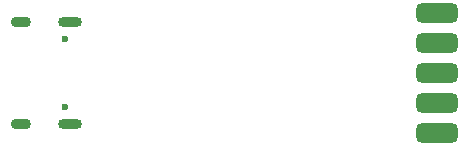
<source format=gbs>
%TF.GenerationSoftware,KiCad,Pcbnew,(6.0.1)*%
%TF.CreationDate,2022-02-19T00:35:01+08:00*%
%TF.ProjectId,PCB_DAP_Link_CH55xT,5043425f-4441-4505-9f4c-696e6b5f4348,0.9*%
%TF.SameCoordinates,Original*%
%TF.FileFunction,Soldermask,Bot*%
%TF.FilePolarity,Negative*%
%FSLAX46Y46*%
G04 Gerber Fmt 4.6, Leading zero omitted, Abs format (unit mm)*
G04 Created by KiCad (PCBNEW (6.0.1)) date 2022-02-19 00:35:01*
%MOMM*%
%LPD*%
G01*
G04 APERTURE LIST*
G04 Aperture macros list*
%AMRoundRect*
0 Rectangle with rounded corners*
0 $1 Rounding radius*
0 $2 $3 $4 $5 $6 $7 $8 $9 X,Y pos of 4 corners*
0 Add a 4 corners polygon primitive as box body*
4,1,4,$2,$3,$4,$5,$6,$7,$8,$9,$2,$3,0*
0 Add four circle primitives for the rounded corners*
1,1,$1+$1,$2,$3*
1,1,$1+$1,$4,$5*
1,1,$1+$1,$6,$7*
1,1,$1+$1,$8,$9*
0 Add four rect primitives between the rounded corners*
20,1,$1+$1,$2,$3,$4,$5,0*
20,1,$1+$1,$4,$5,$6,$7,0*
20,1,$1+$1,$6,$7,$8,$9,0*
20,1,$1+$1,$8,$9,$2,$3,0*%
G04 Aperture macros list end*
%ADD10C,0.600000*%
%ADD11O,1.700000X0.900000*%
%ADD12O,2.000000X0.900000*%
%ADD13RoundRect,0.410000X-1.340000X0.410000X-1.340000X-0.410000X1.340000X-0.410000X1.340000X0.410000X0*%
G04 APERTURE END LIST*
D10*
%TO.C,J1*%
X93600000Y-60540000D03*
X93600000Y-66320000D03*
D11*
X89910000Y-67750000D03*
D12*
X94080000Y-67750000D03*
X94080000Y-59110000D03*
D11*
X89910000Y-59110000D03*
%TD*%
D13*
%TO.C,J2*%
X125110000Y-58350000D03*
X125110000Y-60890000D03*
X125110000Y-63430000D03*
X125110000Y-65970000D03*
X125110000Y-68510000D03*
%TD*%
M02*

</source>
